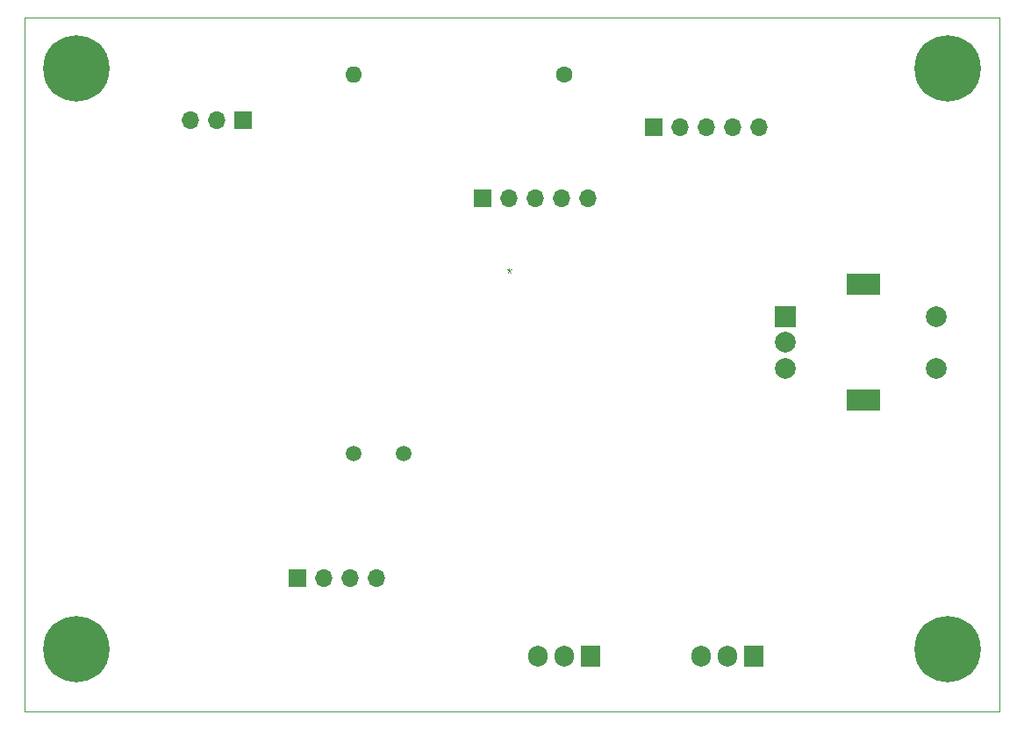
<source format=gbr>
G04 #@! TF.GenerationSoftware,KiCad,Pcbnew,5.1.5*
G04 #@! TF.CreationDate,2019-12-15T00:46:23+02:00*
G04 #@! TF.ProjectId,hakko_907,68616b6b-6f5f-4393-9037-2e6b69636164,rev?*
G04 #@! TF.SameCoordinates,Original*
G04 #@! TF.FileFunction,Soldermask,Bot*
G04 #@! TF.FilePolarity,Negative*
%FSLAX46Y46*%
G04 Gerber Fmt 4.6, Leading zero omitted, Abs format (unit mm)*
G04 Created by KiCad (PCBNEW 5.1.5) date 2019-12-15 00:46:23*
%MOMM*%
%LPD*%
G04 APERTURE LIST*
%ADD10C,0.100000*%
%ADD11C,0.050000*%
%ADD12C,1.500000*%
%ADD13R,2.000000X2.000000*%
%ADD14C,2.000000*%
%ADD15R,3.200000X2.000000*%
%ADD16O,1.600000X1.600000*%
%ADD17C,1.600000*%
%ADD18O,1.905000X2.000000*%
%ADD19R,1.905000X2.000000*%
%ADD20O,1.700000X1.700000*%
%ADD21R,1.700000X1.700000*%
%ADD22C,6.400000*%
%ADD23C,0.800000*%
G04 APERTURE END LIST*
D10*
X111000000Y-118000000D02*
X111000000Y-51054000D01*
X111000000Y-51054000D02*
X205000000Y-51054000D01*
X205000000Y-118000000D02*
X111000000Y-118000000D01*
X205000000Y-51054000D02*
X205000000Y-118000000D01*
D11*
X157734000Y-75237580D02*
X157734000Y-75475676D01*
X157495904Y-75380438D02*
X157734000Y-75475676D01*
X157972095Y-75380438D01*
X157591142Y-75666152D02*
X157734000Y-75475676D01*
X157876857Y-75666152D01*
D12*
X142694000Y-93108000D03*
X147574000Y-93108000D03*
D13*
X184404000Y-79900000D03*
D14*
X184404000Y-82400000D03*
X184404000Y-84900000D03*
D15*
X191904000Y-76800000D03*
X191904000Y-88000000D03*
D14*
X198904000Y-79900000D03*
X198904000Y-84900000D03*
D16*
X142748000Y-56532000D03*
D17*
X163068000Y-56532000D03*
D18*
X176276000Y-112666000D03*
X178816000Y-112666000D03*
D19*
X181356000Y-112666000D03*
D18*
X160528000Y-112666000D03*
X163068000Y-112666000D03*
D19*
X165608000Y-112666000D03*
D20*
X181864000Y-61612000D03*
X179324000Y-61612000D03*
X176784000Y-61612000D03*
X174244000Y-61612000D03*
D21*
X171704000Y-61612000D03*
D20*
X165354000Y-68470000D03*
X162814000Y-68470000D03*
X160274000Y-68470000D03*
X157734000Y-68470000D03*
D21*
X155194000Y-68470000D03*
D22*
X200000000Y-112000000D03*
D23*
X202400000Y-112000000D03*
X201697056Y-113697056D03*
X200000000Y-114400000D03*
X198302944Y-113697056D03*
X197600000Y-112000000D03*
X198302944Y-110302944D03*
X200000000Y-109600000D03*
X201697056Y-110302944D03*
X201697056Y-54302944D03*
X200000000Y-53600000D03*
X198302944Y-54302944D03*
X197600000Y-56000000D03*
X198302944Y-57697056D03*
X200000000Y-58400000D03*
X201697056Y-57697056D03*
X202400000Y-56000000D03*
D22*
X200000000Y-56000000D03*
X116000000Y-112000000D03*
D23*
X118400000Y-112000000D03*
X117697056Y-113697056D03*
X116000000Y-114400000D03*
X114302944Y-113697056D03*
X113600000Y-112000000D03*
X114302944Y-110302944D03*
X116000000Y-109600000D03*
X117697056Y-110302944D03*
X117697056Y-54302944D03*
X116000000Y-53600000D03*
X114302944Y-54302944D03*
X113600000Y-56000000D03*
X114302944Y-57697056D03*
X116000000Y-58400000D03*
X117697056Y-57697056D03*
X118400000Y-56000000D03*
D22*
X116000000Y-56000000D03*
D20*
X144952720Y-105130600D03*
X142412720Y-105130600D03*
X139872720Y-105130600D03*
D21*
X137332720Y-105130600D03*
X132080000Y-60960000D03*
D20*
X129540000Y-60960000D03*
X127000000Y-60960000D03*
M02*

</source>
